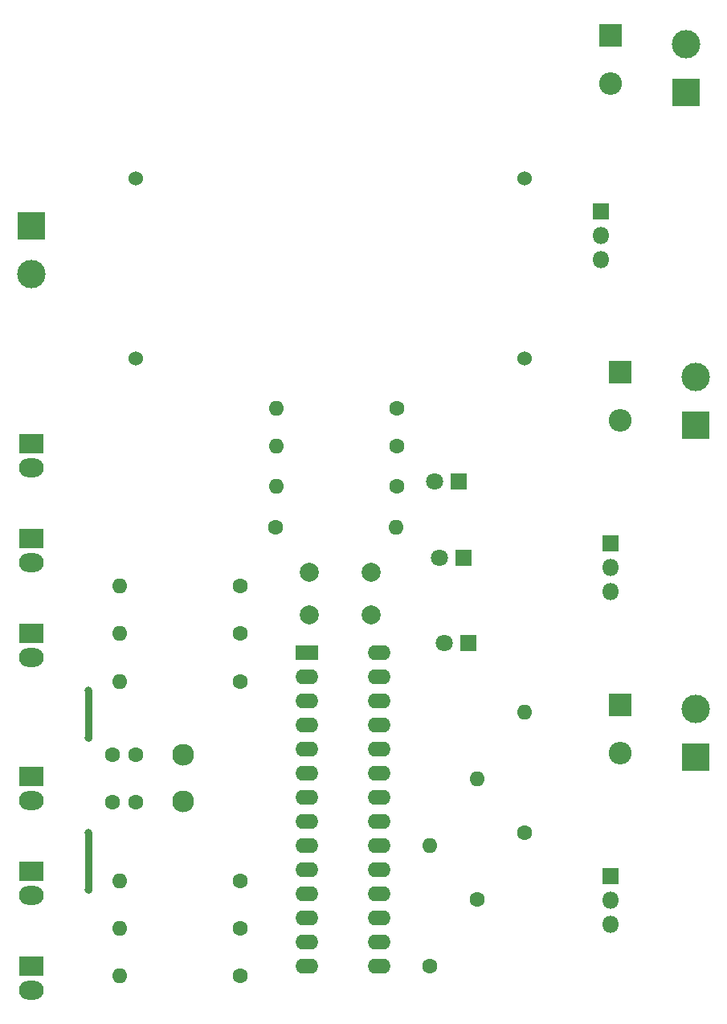
<source format=gbr>
G04 #@! TF.GenerationSoftware,KiCad,Pcbnew,(5.1.2)-2*
G04 #@! TF.CreationDate,2019-07-31T12:25:26+05:30*
G04 #@! TF.ProjectId,DoorInterlock29_07_2019,446f6f72-496e-4746-9572-6c6f636b3239,rev?*
G04 #@! TF.SameCoordinates,Original*
G04 #@! TF.FileFunction,Copper,L1,Top*
G04 #@! TF.FilePolarity,Positive*
%FSLAX46Y46*%
G04 Gerber Fmt 4.6, Leading zero omitted, Abs format (unit mm)*
G04 Created by KiCad (PCBNEW (5.1.2)-2) date 2019-07-31 12:25:26*
%MOMM*%
%LPD*%
G04 APERTURE LIST*
%ADD10R,2.400000X2.400000*%
%ADD11O,2.400000X2.400000*%
%ADD12R,1.800000X1.800000*%
%ADD13C,1.800000*%
%ADD14R,3.000000X3.000000*%
%ADD15C,3.000000*%
%ADD16R,2.600000X2.000000*%
%ADD17O,2.600000X2.000000*%
%ADD18O,1.800000X1.800000*%
%ADD19C,1.600000*%
%ADD20O,1.600000X1.600000*%
%ADD21C,2.000000*%
%ADD22C,2.300000*%
%ADD23R,2.400000X1.600000*%
%ADD24O,2.400000X1.600000*%
%ADD25C,1.524000*%
%ADD26C,0.800000*%
%ADD27C,0.800000*%
G04 APERTURE END LIST*
D10*
X136000000Y-45000000D03*
D11*
X136000000Y-50080000D03*
D10*
X137000000Y-80420000D03*
D11*
X137000000Y-85500000D03*
D10*
X137000000Y-115500000D03*
D11*
X137000000Y-120580000D03*
D12*
X120000000Y-92000000D03*
D13*
X117460000Y-92000000D03*
D12*
X120540000Y-100000000D03*
D13*
X118000000Y-100000000D03*
D12*
X121000000Y-109000000D03*
D13*
X118460000Y-109000000D03*
D14*
X75000000Y-65000000D03*
D15*
X75000000Y-70080000D03*
D14*
X145000000Y-121000000D03*
D15*
X145000000Y-115920000D03*
D16*
X75000000Y-123000000D03*
D17*
X75000000Y-125540000D03*
D16*
X75000000Y-88000000D03*
D17*
X75000000Y-90540000D03*
D14*
X145000000Y-86000000D03*
D15*
X145000000Y-80920000D03*
D16*
X75000000Y-98000000D03*
D17*
X75000000Y-100540000D03*
D16*
X75000000Y-133000000D03*
D17*
X75000000Y-135540000D03*
D16*
X75000000Y-143000000D03*
D17*
X75000000Y-145540000D03*
D16*
X75000000Y-108000000D03*
D17*
X75000000Y-110540000D03*
D12*
X136000000Y-133500000D03*
D18*
X136000000Y-136040000D03*
X136000000Y-138580000D03*
D19*
X113500000Y-92500000D03*
D20*
X100800000Y-92500000D03*
D19*
X113500000Y-88250000D03*
D20*
X100800000Y-88250000D03*
D19*
X113500000Y-84250000D03*
D20*
X100800000Y-84250000D03*
D19*
X100750000Y-96750000D03*
D20*
X113450000Y-96750000D03*
D19*
X117000000Y-143000000D03*
D20*
X117000000Y-130300000D03*
D19*
X97000000Y-134000000D03*
D20*
X84300000Y-134000000D03*
D19*
X97000000Y-103000000D03*
D20*
X84300000Y-103000000D03*
D19*
X122000000Y-136000000D03*
D20*
X122000000Y-123300000D03*
D19*
X97000000Y-108000000D03*
D20*
X84300000Y-108000000D03*
D19*
X97000000Y-139000000D03*
D20*
X84300000Y-139000000D03*
D19*
X127000000Y-129000000D03*
D20*
X127000000Y-116300000D03*
D19*
X97000000Y-144000000D03*
D20*
X84300000Y-144000000D03*
D19*
X97000000Y-113000000D03*
D20*
X84300000Y-113000000D03*
D21*
X104250000Y-106000000D03*
X104250000Y-101500000D03*
X110750000Y-106000000D03*
X110750000Y-101500000D03*
D22*
X91000000Y-125650000D03*
X91000000Y-120750000D03*
D12*
X136000000Y-98500000D03*
D18*
X136000000Y-101040000D03*
X136000000Y-103580000D03*
D12*
X135000000Y-63500000D03*
D18*
X135000000Y-66040000D03*
X135000000Y-68580000D03*
D23*
X104000000Y-110000000D03*
D24*
X111620000Y-143020000D03*
X104000000Y-112540000D03*
X111620000Y-140480000D03*
X104000000Y-115080000D03*
X111620000Y-137940000D03*
X104000000Y-117620000D03*
X111620000Y-135400000D03*
X104000000Y-120160000D03*
X111620000Y-132860000D03*
X104000000Y-122700000D03*
X111620000Y-130320000D03*
X104000000Y-125240000D03*
X111620000Y-127780000D03*
X104000000Y-127780000D03*
X111620000Y-125240000D03*
X104000000Y-130320000D03*
X111620000Y-122700000D03*
X104000000Y-132860000D03*
X111620000Y-120160000D03*
X104000000Y-135400000D03*
X111620000Y-117620000D03*
X104000000Y-137940000D03*
X111620000Y-115080000D03*
X104000000Y-140480000D03*
X111620000Y-112540000D03*
X104000000Y-143020000D03*
X111620000Y-110000000D03*
D19*
X83500000Y-120750000D03*
X86000000Y-120750000D03*
X86000000Y-125750000D03*
X83500000Y-125750000D03*
D14*
X144000000Y-51000000D03*
D15*
X144000000Y-45920000D03*
D25*
X127000000Y-60000000D03*
X127000000Y-79000000D03*
X86000000Y-79000000D03*
X86000000Y-60000000D03*
D26*
X81000000Y-119000000D03*
X81000000Y-114000000D03*
X81000000Y-135000000D03*
X81000000Y-129000000D03*
D27*
X81000000Y-119000000D02*
X81000000Y-114000000D01*
X81000000Y-135000000D02*
X81000000Y-129000000D01*
M02*

</source>
